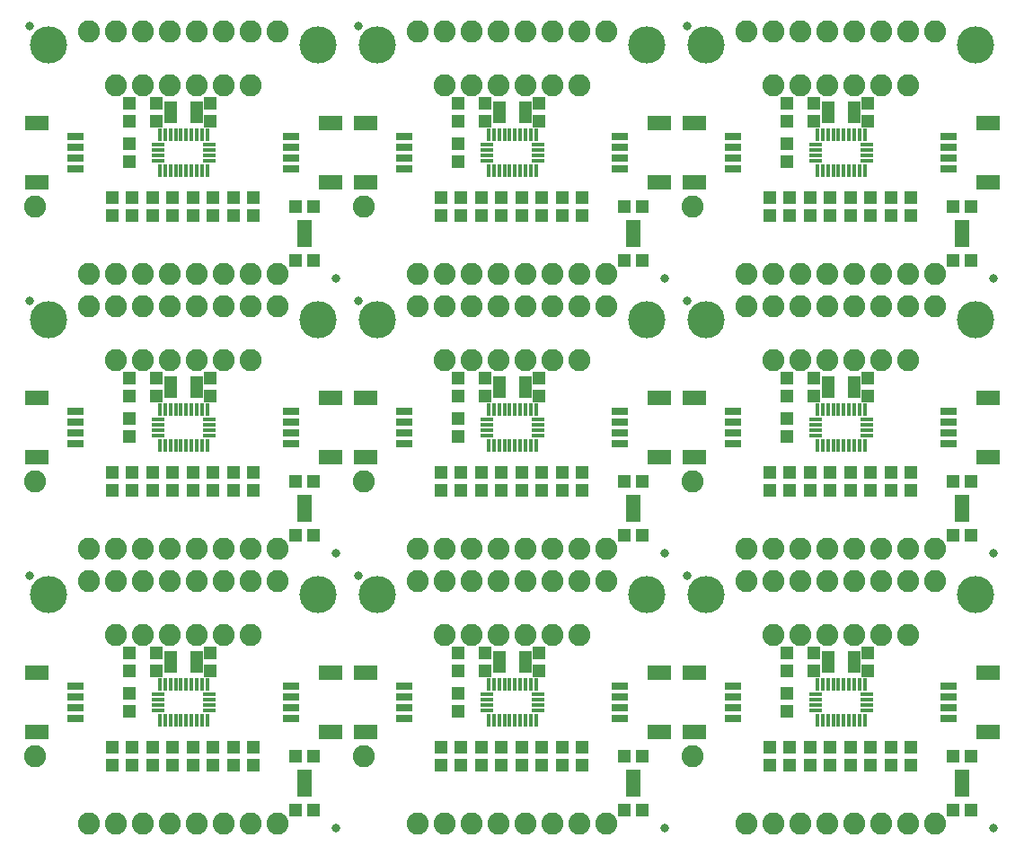
<source format=gts>
G75*
%MOIN*%
%OFA0B0*%
%FSLAX25Y25*%
%IPPOS*%
%LPD*%
%AMOC8*
5,1,8,0,0,1.08239X$1,22.5*
%
%ADD10C,0.13800*%
%ADD11C,0.03300*%
%ADD12R,0.08674X0.05524*%
%ADD13R,0.06115X0.03162*%
%ADD14C,0.08200*%
%ADD15R,0.04737X0.05131*%
%ADD16R,0.01784X0.04737*%
%ADD17R,0.04737X0.01784*%
%ADD18R,0.05131X0.04737*%
%ADD19R,0.05800X0.03300*%
%ADD20R,0.04737X0.07887*%
D10*
X0030500Y0184500D03*
X0130500Y0184500D03*
X0152500Y0184500D03*
X0252500Y0184500D03*
X0274500Y0184500D03*
X0374500Y0184500D03*
X0374500Y0286500D03*
X0274500Y0286500D03*
X0252500Y0286500D03*
X0152500Y0286500D03*
X0130500Y0286500D03*
X0030500Y0286500D03*
X0030500Y0388500D03*
X0130500Y0388500D03*
X0152500Y0388500D03*
X0252500Y0388500D03*
X0274500Y0388500D03*
X0374500Y0388500D03*
D11*
X0381000Y0302000D03*
X0381000Y0200000D03*
X0381000Y0098000D03*
X0267500Y0191500D03*
X0259000Y0200000D03*
X0267500Y0293500D03*
X0259000Y0302000D03*
X0267500Y0395500D03*
X0145500Y0395500D03*
X0137000Y0302000D03*
X0145500Y0293500D03*
X0137000Y0200000D03*
X0145500Y0191500D03*
X0137000Y0098000D03*
X0023500Y0191500D03*
X0023500Y0293500D03*
X0023500Y0395500D03*
X0259000Y0098000D03*
D12*
X0256969Y0133476D03*
X0270031Y0133476D03*
X0270031Y0155524D03*
X0256969Y0155524D03*
X0256969Y0235476D03*
X0270031Y0235476D03*
X0270031Y0257524D03*
X0256969Y0257524D03*
X0256969Y0337476D03*
X0270031Y0337476D03*
X0270031Y0359524D03*
X0256969Y0359524D03*
X0148031Y0359524D03*
X0134969Y0359524D03*
X0134969Y0337476D03*
X0148031Y0337476D03*
X0148031Y0257524D03*
X0134969Y0257524D03*
X0134969Y0235476D03*
X0148031Y0235476D03*
X0148031Y0155524D03*
X0134969Y0155524D03*
X0134969Y0133476D03*
X0148031Y0133476D03*
X0026031Y0133476D03*
X0026031Y0155524D03*
X0026031Y0235476D03*
X0026031Y0257524D03*
X0026031Y0337476D03*
X0026031Y0359524D03*
X0378969Y0359524D03*
X0378969Y0337476D03*
X0378969Y0257524D03*
X0378969Y0235476D03*
X0378969Y0155524D03*
X0378969Y0133476D03*
D13*
X0364500Y0138594D03*
X0364500Y0142531D03*
X0364500Y0146469D03*
X0364500Y0150406D03*
X0284500Y0150406D03*
X0284500Y0146469D03*
X0284500Y0142531D03*
X0284500Y0138594D03*
X0242500Y0138594D03*
X0242500Y0142531D03*
X0242500Y0146469D03*
X0242500Y0150406D03*
X0162500Y0150406D03*
X0162500Y0146469D03*
X0162500Y0142531D03*
X0162500Y0138594D03*
X0120500Y0138594D03*
X0120500Y0142531D03*
X0120500Y0146469D03*
X0120500Y0150406D03*
X0040500Y0150406D03*
X0040500Y0146469D03*
X0040500Y0142531D03*
X0040500Y0138594D03*
X0040500Y0240594D03*
X0040500Y0244531D03*
X0040500Y0248469D03*
X0040500Y0252406D03*
X0120500Y0252406D03*
X0120500Y0248469D03*
X0120500Y0244531D03*
X0120500Y0240594D03*
X0162500Y0240594D03*
X0162500Y0244531D03*
X0162500Y0248469D03*
X0162500Y0252406D03*
X0242500Y0252406D03*
X0242500Y0248469D03*
X0242500Y0244531D03*
X0242500Y0240594D03*
X0284500Y0240594D03*
X0284500Y0244531D03*
X0284500Y0248469D03*
X0284500Y0252406D03*
X0364500Y0252406D03*
X0364500Y0248469D03*
X0364500Y0244531D03*
X0364500Y0240594D03*
X0364500Y0342594D03*
X0364500Y0346531D03*
X0364500Y0350469D03*
X0364500Y0354406D03*
X0284500Y0354406D03*
X0284500Y0350469D03*
X0284500Y0346531D03*
X0284500Y0342594D03*
X0242500Y0342594D03*
X0242500Y0346531D03*
X0242500Y0350469D03*
X0242500Y0354406D03*
X0162500Y0354406D03*
X0162500Y0350469D03*
X0162500Y0346531D03*
X0162500Y0342594D03*
X0120500Y0342594D03*
X0120500Y0346531D03*
X0120500Y0350469D03*
X0120500Y0354406D03*
X0040500Y0354406D03*
X0040500Y0350469D03*
X0040500Y0346531D03*
X0040500Y0342594D03*
D14*
X0045500Y0099500D03*
X0055500Y0099500D03*
X0065500Y0099500D03*
X0075500Y0099500D03*
X0085500Y0099500D03*
X0095500Y0099500D03*
X0105500Y0099500D03*
X0115500Y0099500D03*
X0147500Y0124500D03*
X0167500Y0099500D03*
X0177500Y0099500D03*
X0187500Y0099500D03*
X0197500Y0099500D03*
X0207500Y0099500D03*
X0217500Y0099500D03*
X0227500Y0099500D03*
X0237500Y0099500D03*
X0269500Y0124500D03*
X0289500Y0099500D03*
X0299500Y0099500D03*
X0309500Y0099500D03*
X0319500Y0099500D03*
X0329500Y0099500D03*
X0339500Y0099500D03*
X0349500Y0099500D03*
X0359500Y0099500D03*
X0349500Y0169500D03*
X0339500Y0169500D03*
X0329500Y0169500D03*
X0319500Y0169500D03*
X0309500Y0169500D03*
X0299500Y0169500D03*
X0299500Y0189500D03*
X0289500Y0189500D03*
X0289500Y0201500D03*
X0299500Y0201500D03*
X0309500Y0201500D03*
X0319500Y0201500D03*
X0329500Y0201500D03*
X0339500Y0201500D03*
X0349500Y0201500D03*
X0359500Y0201500D03*
X0359500Y0189500D03*
X0349500Y0189500D03*
X0339500Y0189500D03*
X0329500Y0189500D03*
X0319500Y0189500D03*
X0309500Y0189500D03*
X0269500Y0226500D03*
X0237500Y0201500D03*
X0227500Y0201500D03*
X0217500Y0201500D03*
X0207500Y0201500D03*
X0197500Y0201500D03*
X0187500Y0201500D03*
X0177500Y0201500D03*
X0167500Y0201500D03*
X0167500Y0189500D03*
X0177500Y0189500D03*
X0187500Y0189500D03*
X0197500Y0189500D03*
X0207500Y0189500D03*
X0217500Y0189500D03*
X0227500Y0189500D03*
X0237500Y0189500D03*
X0227500Y0169500D03*
X0217500Y0169500D03*
X0207500Y0169500D03*
X0197500Y0169500D03*
X0187500Y0169500D03*
X0177500Y0169500D03*
X0147500Y0226500D03*
X0115500Y0201500D03*
X0105500Y0201500D03*
X0095500Y0201500D03*
X0085500Y0201500D03*
X0075500Y0201500D03*
X0065500Y0201500D03*
X0055500Y0201500D03*
X0045500Y0201500D03*
X0045500Y0189500D03*
X0055500Y0189500D03*
X0065500Y0189500D03*
X0075500Y0189500D03*
X0085500Y0189500D03*
X0095500Y0189500D03*
X0105500Y0189500D03*
X0115500Y0189500D03*
X0105500Y0169500D03*
X0095500Y0169500D03*
X0085500Y0169500D03*
X0075500Y0169500D03*
X0065500Y0169500D03*
X0055500Y0169500D03*
X0025500Y0124500D03*
X0025500Y0226500D03*
X0055500Y0271500D03*
X0065500Y0271500D03*
X0075500Y0271500D03*
X0085500Y0271500D03*
X0095500Y0271500D03*
X0105500Y0271500D03*
X0105500Y0291500D03*
X0095500Y0291500D03*
X0085500Y0291500D03*
X0075500Y0291500D03*
X0065500Y0291500D03*
X0055500Y0291500D03*
X0045500Y0291500D03*
X0045500Y0303500D03*
X0055500Y0303500D03*
X0065500Y0303500D03*
X0075500Y0303500D03*
X0085500Y0303500D03*
X0095500Y0303500D03*
X0105500Y0303500D03*
X0115500Y0303500D03*
X0115500Y0291500D03*
X0147500Y0328500D03*
X0167500Y0303500D03*
X0177500Y0303500D03*
X0187500Y0303500D03*
X0197500Y0303500D03*
X0207500Y0303500D03*
X0217500Y0303500D03*
X0227500Y0303500D03*
X0237500Y0303500D03*
X0237500Y0291500D03*
X0227500Y0291500D03*
X0217500Y0291500D03*
X0207500Y0291500D03*
X0197500Y0291500D03*
X0187500Y0291500D03*
X0177500Y0291500D03*
X0167500Y0291500D03*
X0177500Y0271500D03*
X0187500Y0271500D03*
X0197500Y0271500D03*
X0207500Y0271500D03*
X0217500Y0271500D03*
X0227500Y0271500D03*
X0289500Y0291500D03*
X0299500Y0291500D03*
X0309500Y0291500D03*
X0319500Y0291500D03*
X0329500Y0291500D03*
X0339500Y0291500D03*
X0349500Y0291500D03*
X0359500Y0291500D03*
X0359500Y0303500D03*
X0349500Y0303500D03*
X0339500Y0303500D03*
X0329500Y0303500D03*
X0319500Y0303500D03*
X0309500Y0303500D03*
X0299500Y0303500D03*
X0289500Y0303500D03*
X0269500Y0328500D03*
X0299500Y0373500D03*
X0309500Y0373500D03*
X0319500Y0373500D03*
X0329500Y0373500D03*
X0339500Y0373500D03*
X0349500Y0373500D03*
X0349500Y0393500D03*
X0339500Y0393500D03*
X0329500Y0393500D03*
X0319500Y0393500D03*
X0309500Y0393500D03*
X0299500Y0393500D03*
X0289500Y0393500D03*
X0237500Y0393500D03*
X0227500Y0393500D03*
X0217500Y0393500D03*
X0207500Y0393500D03*
X0197500Y0393500D03*
X0187500Y0393500D03*
X0177500Y0393500D03*
X0167500Y0393500D03*
X0177500Y0373500D03*
X0187500Y0373500D03*
X0197500Y0373500D03*
X0207500Y0373500D03*
X0217500Y0373500D03*
X0227500Y0373500D03*
X0299500Y0271500D03*
X0309500Y0271500D03*
X0319500Y0271500D03*
X0329500Y0271500D03*
X0339500Y0271500D03*
X0349500Y0271500D03*
X0359500Y0393500D03*
X0115500Y0393500D03*
X0105500Y0393500D03*
X0095500Y0393500D03*
X0085500Y0393500D03*
X0075500Y0393500D03*
X0065500Y0393500D03*
X0055500Y0393500D03*
X0045500Y0393500D03*
X0055500Y0373500D03*
X0065500Y0373500D03*
X0075500Y0373500D03*
X0085500Y0373500D03*
X0095500Y0373500D03*
X0105500Y0373500D03*
X0025500Y0328500D03*
D15*
X0054000Y0325154D03*
X0054000Y0331846D03*
X0061500Y0331846D03*
X0061500Y0325154D03*
X0069000Y0325154D03*
X0069000Y0331846D03*
X0076500Y0331846D03*
X0076500Y0325154D03*
X0084000Y0325154D03*
X0084000Y0331846D03*
X0091500Y0331846D03*
X0091500Y0325154D03*
X0099000Y0325154D03*
X0099000Y0331846D03*
X0106500Y0331846D03*
X0106500Y0325154D03*
X0090500Y0360154D03*
X0090500Y0366846D03*
X0070500Y0366846D03*
X0070500Y0360154D03*
X0060500Y0360154D03*
X0060500Y0366846D03*
X0060500Y0351846D03*
X0060500Y0345154D03*
X0060500Y0264846D03*
X0060500Y0258154D03*
X0060500Y0249846D03*
X0060500Y0243154D03*
X0061500Y0229846D03*
X0069000Y0229846D03*
X0069000Y0223154D03*
X0061500Y0223154D03*
X0054000Y0223154D03*
X0054000Y0229846D03*
X0076500Y0229846D03*
X0084000Y0229846D03*
X0084000Y0223154D03*
X0076500Y0223154D03*
X0091500Y0223154D03*
X0091500Y0229846D03*
X0099000Y0229846D03*
X0106500Y0229846D03*
X0106500Y0223154D03*
X0099000Y0223154D03*
X0090500Y0258154D03*
X0090500Y0264846D03*
X0070500Y0264846D03*
X0070500Y0258154D03*
X0070500Y0162846D03*
X0070500Y0156154D03*
X0060500Y0156154D03*
X0060500Y0162846D03*
X0060500Y0147846D03*
X0060500Y0141154D03*
X0061500Y0127846D03*
X0069000Y0127846D03*
X0069000Y0121154D03*
X0061500Y0121154D03*
X0054000Y0121154D03*
X0054000Y0127846D03*
X0076500Y0127846D03*
X0084000Y0127846D03*
X0084000Y0121154D03*
X0076500Y0121154D03*
X0091500Y0121154D03*
X0091500Y0127846D03*
X0099000Y0127846D03*
X0106500Y0127846D03*
X0106500Y0121154D03*
X0099000Y0121154D03*
X0090500Y0156154D03*
X0090500Y0162846D03*
X0176000Y0127846D03*
X0176000Y0121154D03*
X0183500Y0121154D03*
X0191000Y0121154D03*
X0191000Y0127846D03*
X0183500Y0127846D03*
X0182500Y0141154D03*
X0182500Y0147846D03*
X0182500Y0156154D03*
X0182500Y0162846D03*
X0192500Y0162846D03*
X0192500Y0156154D03*
X0212500Y0156154D03*
X0212500Y0162846D03*
X0213500Y0127846D03*
X0213500Y0121154D03*
X0206000Y0121154D03*
X0198500Y0121154D03*
X0198500Y0127846D03*
X0206000Y0127846D03*
X0221000Y0127846D03*
X0228500Y0127846D03*
X0228500Y0121154D03*
X0221000Y0121154D03*
X0298000Y0121154D03*
X0298000Y0127846D03*
X0305500Y0127846D03*
X0313000Y0127846D03*
X0313000Y0121154D03*
X0305500Y0121154D03*
X0320500Y0121154D03*
X0328000Y0121154D03*
X0328000Y0127846D03*
X0320500Y0127846D03*
X0335500Y0127846D03*
X0335500Y0121154D03*
X0343000Y0121154D03*
X0350500Y0121154D03*
X0350500Y0127846D03*
X0343000Y0127846D03*
X0334500Y0156154D03*
X0334500Y0162846D03*
X0314500Y0162846D03*
X0314500Y0156154D03*
X0304500Y0156154D03*
X0304500Y0162846D03*
X0304500Y0147846D03*
X0304500Y0141154D03*
X0305500Y0223154D03*
X0313000Y0223154D03*
X0313000Y0229846D03*
X0305500Y0229846D03*
X0298000Y0229846D03*
X0298000Y0223154D03*
X0304500Y0243154D03*
X0304500Y0249846D03*
X0304500Y0258154D03*
X0304500Y0264846D03*
X0314500Y0264846D03*
X0314500Y0258154D03*
X0334500Y0258154D03*
X0334500Y0264846D03*
X0335500Y0229846D03*
X0335500Y0223154D03*
X0328000Y0223154D03*
X0320500Y0223154D03*
X0320500Y0229846D03*
X0328000Y0229846D03*
X0343000Y0229846D03*
X0350500Y0229846D03*
X0350500Y0223154D03*
X0343000Y0223154D03*
X0343000Y0325154D03*
X0343000Y0331846D03*
X0350500Y0331846D03*
X0350500Y0325154D03*
X0335500Y0325154D03*
X0335500Y0331846D03*
X0328000Y0331846D03*
X0328000Y0325154D03*
X0320500Y0325154D03*
X0320500Y0331846D03*
X0313000Y0331846D03*
X0313000Y0325154D03*
X0305500Y0325154D03*
X0305500Y0331846D03*
X0298000Y0331846D03*
X0298000Y0325154D03*
X0304500Y0345154D03*
X0304500Y0351846D03*
X0304500Y0360154D03*
X0304500Y0366846D03*
X0314500Y0366846D03*
X0314500Y0360154D03*
X0334500Y0360154D03*
X0334500Y0366846D03*
X0228500Y0331846D03*
X0228500Y0325154D03*
X0221000Y0325154D03*
X0221000Y0331846D03*
X0213500Y0331846D03*
X0213500Y0325154D03*
X0206000Y0325154D03*
X0206000Y0331846D03*
X0198500Y0331846D03*
X0198500Y0325154D03*
X0191000Y0325154D03*
X0191000Y0331846D03*
X0183500Y0331846D03*
X0183500Y0325154D03*
X0176000Y0325154D03*
X0176000Y0331846D03*
X0182500Y0345154D03*
X0182500Y0351846D03*
X0182500Y0360154D03*
X0182500Y0366846D03*
X0192500Y0366846D03*
X0192500Y0360154D03*
X0212500Y0360154D03*
X0212500Y0366846D03*
X0212500Y0264846D03*
X0212500Y0258154D03*
X0192500Y0258154D03*
X0192500Y0264846D03*
X0182500Y0264846D03*
X0182500Y0258154D03*
X0182500Y0249846D03*
X0182500Y0243154D03*
X0183500Y0229846D03*
X0191000Y0229846D03*
X0191000Y0223154D03*
X0183500Y0223154D03*
X0176000Y0223154D03*
X0176000Y0229846D03*
X0198500Y0229846D03*
X0206000Y0229846D03*
X0206000Y0223154D03*
X0198500Y0223154D03*
X0213500Y0223154D03*
X0213500Y0229846D03*
X0221000Y0229846D03*
X0228500Y0229846D03*
X0228500Y0223154D03*
X0221000Y0223154D03*
D16*
X0211358Y0239807D03*
X0209390Y0239807D03*
X0207421Y0239807D03*
X0205453Y0239807D03*
X0203484Y0239807D03*
X0201516Y0239807D03*
X0199547Y0239807D03*
X0197579Y0239807D03*
X0195610Y0239807D03*
X0193642Y0239807D03*
X0193642Y0253193D03*
X0195610Y0253193D03*
X0197579Y0253193D03*
X0199547Y0253193D03*
X0201516Y0253193D03*
X0203484Y0253193D03*
X0205453Y0253193D03*
X0207421Y0253193D03*
X0209390Y0253193D03*
X0211358Y0253193D03*
X0211358Y0341807D03*
X0209390Y0341807D03*
X0207421Y0341807D03*
X0205453Y0341807D03*
X0203484Y0341807D03*
X0201516Y0341807D03*
X0199547Y0341807D03*
X0197579Y0341807D03*
X0195610Y0341807D03*
X0193642Y0341807D03*
X0193642Y0355193D03*
X0195610Y0355193D03*
X0197579Y0355193D03*
X0199547Y0355193D03*
X0201516Y0355193D03*
X0203484Y0355193D03*
X0205453Y0355193D03*
X0207421Y0355193D03*
X0209390Y0355193D03*
X0211358Y0355193D03*
X0315642Y0355193D03*
X0317610Y0355193D03*
X0319579Y0355193D03*
X0321547Y0355193D03*
X0323516Y0355193D03*
X0325484Y0355193D03*
X0327453Y0355193D03*
X0329421Y0355193D03*
X0331390Y0355193D03*
X0333358Y0355193D03*
X0333358Y0341807D03*
X0331390Y0341807D03*
X0329421Y0341807D03*
X0327453Y0341807D03*
X0325484Y0341807D03*
X0323516Y0341807D03*
X0321547Y0341807D03*
X0319579Y0341807D03*
X0317610Y0341807D03*
X0315642Y0341807D03*
X0315642Y0253193D03*
X0317610Y0253193D03*
X0319579Y0253193D03*
X0321547Y0253193D03*
X0323516Y0253193D03*
X0325484Y0253193D03*
X0327453Y0253193D03*
X0329421Y0253193D03*
X0331390Y0253193D03*
X0333358Y0253193D03*
X0333358Y0239807D03*
X0331390Y0239807D03*
X0329421Y0239807D03*
X0327453Y0239807D03*
X0325484Y0239807D03*
X0323516Y0239807D03*
X0321547Y0239807D03*
X0319579Y0239807D03*
X0317610Y0239807D03*
X0315642Y0239807D03*
X0315642Y0151193D03*
X0317610Y0151193D03*
X0319579Y0151193D03*
X0321547Y0151193D03*
X0323516Y0151193D03*
X0325484Y0151193D03*
X0327453Y0151193D03*
X0329421Y0151193D03*
X0331390Y0151193D03*
X0333358Y0151193D03*
X0333358Y0137807D03*
X0331390Y0137807D03*
X0329421Y0137807D03*
X0327453Y0137807D03*
X0325484Y0137807D03*
X0323516Y0137807D03*
X0321547Y0137807D03*
X0319579Y0137807D03*
X0317610Y0137807D03*
X0315642Y0137807D03*
X0211358Y0137807D03*
X0209390Y0137807D03*
X0207421Y0137807D03*
X0205453Y0137807D03*
X0203484Y0137807D03*
X0201516Y0137807D03*
X0199547Y0137807D03*
X0197579Y0137807D03*
X0195610Y0137807D03*
X0193642Y0137807D03*
X0193642Y0151193D03*
X0195610Y0151193D03*
X0197579Y0151193D03*
X0199547Y0151193D03*
X0201516Y0151193D03*
X0203484Y0151193D03*
X0205453Y0151193D03*
X0207421Y0151193D03*
X0209390Y0151193D03*
X0211358Y0151193D03*
X0089358Y0151193D03*
X0087390Y0151193D03*
X0085421Y0151193D03*
X0083453Y0151193D03*
X0081484Y0151193D03*
X0079516Y0151193D03*
X0077547Y0151193D03*
X0075579Y0151193D03*
X0073610Y0151193D03*
X0071642Y0151193D03*
X0071642Y0137807D03*
X0073610Y0137807D03*
X0075579Y0137807D03*
X0077547Y0137807D03*
X0079516Y0137807D03*
X0081484Y0137807D03*
X0083453Y0137807D03*
X0085421Y0137807D03*
X0087390Y0137807D03*
X0089358Y0137807D03*
X0089358Y0239807D03*
X0087390Y0239807D03*
X0085421Y0239807D03*
X0083453Y0239807D03*
X0081484Y0239807D03*
X0079516Y0239807D03*
X0077547Y0239807D03*
X0075579Y0239807D03*
X0073610Y0239807D03*
X0071642Y0239807D03*
X0071642Y0253193D03*
X0073610Y0253193D03*
X0075579Y0253193D03*
X0077547Y0253193D03*
X0079516Y0253193D03*
X0081484Y0253193D03*
X0083453Y0253193D03*
X0085421Y0253193D03*
X0087390Y0253193D03*
X0089358Y0253193D03*
X0089358Y0341807D03*
X0087390Y0341807D03*
X0085421Y0341807D03*
X0083453Y0341807D03*
X0081484Y0341807D03*
X0079516Y0341807D03*
X0077547Y0341807D03*
X0075579Y0341807D03*
X0073610Y0341807D03*
X0071642Y0341807D03*
X0071642Y0355193D03*
X0073610Y0355193D03*
X0075579Y0355193D03*
X0077547Y0355193D03*
X0079516Y0355193D03*
X0081484Y0355193D03*
X0083453Y0355193D03*
X0085421Y0355193D03*
X0087390Y0355193D03*
X0089358Y0355193D03*
D17*
X0089949Y0351453D03*
X0089949Y0349484D03*
X0089949Y0347516D03*
X0089949Y0345547D03*
X0071051Y0345547D03*
X0071051Y0347516D03*
X0071051Y0349484D03*
X0071051Y0351453D03*
X0071051Y0249453D03*
X0071051Y0247484D03*
X0071051Y0245516D03*
X0071051Y0243547D03*
X0089949Y0243547D03*
X0089949Y0245516D03*
X0089949Y0247484D03*
X0089949Y0249453D03*
X0193051Y0249453D03*
X0193051Y0247484D03*
X0193051Y0245516D03*
X0193051Y0243547D03*
X0211949Y0243547D03*
X0211949Y0245516D03*
X0211949Y0247484D03*
X0211949Y0249453D03*
X0211949Y0345547D03*
X0211949Y0347516D03*
X0211949Y0349484D03*
X0211949Y0351453D03*
X0193051Y0351453D03*
X0193051Y0349484D03*
X0193051Y0347516D03*
X0193051Y0345547D03*
X0315051Y0345547D03*
X0315051Y0347516D03*
X0315051Y0349484D03*
X0315051Y0351453D03*
X0333949Y0351453D03*
X0333949Y0349484D03*
X0333949Y0347516D03*
X0333949Y0345547D03*
X0333949Y0249453D03*
X0333949Y0247484D03*
X0333949Y0245516D03*
X0333949Y0243547D03*
X0315051Y0243547D03*
X0315051Y0245516D03*
X0315051Y0247484D03*
X0315051Y0249453D03*
X0315051Y0147453D03*
X0315051Y0145484D03*
X0315051Y0143516D03*
X0315051Y0141547D03*
X0333949Y0141547D03*
X0333949Y0143516D03*
X0333949Y0145484D03*
X0333949Y0147453D03*
X0211949Y0147453D03*
X0211949Y0145484D03*
X0211949Y0143516D03*
X0211949Y0141547D03*
X0193051Y0141547D03*
X0193051Y0143516D03*
X0193051Y0145484D03*
X0193051Y0147453D03*
X0089949Y0147453D03*
X0089949Y0145484D03*
X0089949Y0143516D03*
X0089949Y0141547D03*
X0071051Y0141547D03*
X0071051Y0143516D03*
X0071051Y0145484D03*
X0071051Y0147453D03*
D18*
X0122154Y0124500D03*
X0128846Y0124500D03*
X0128846Y0104500D03*
X0122154Y0104500D03*
X0122154Y0206500D03*
X0128846Y0206500D03*
X0128846Y0226500D03*
X0122154Y0226500D03*
X0122154Y0308500D03*
X0128846Y0308500D03*
X0128846Y0328500D03*
X0122154Y0328500D03*
X0244154Y0328500D03*
X0250846Y0328500D03*
X0250846Y0308500D03*
X0244154Y0308500D03*
X0244154Y0226500D03*
X0250846Y0226500D03*
X0250846Y0206500D03*
X0244154Y0206500D03*
X0244154Y0124500D03*
X0250846Y0124500D03*
X0250846Y0104500D03*
X0244154Y0104500D03*
X0366154Y0104500D03*
X0372846Y0104500D03*
X0372846Y0124500D03*
X0366154Y0124500D03*
X0366154Y0206500D03*
X0372846Y0206500D03*
X0372846Y0226500D03*
X0366154Y0226500D03*
X0366154Y0308500D03*
X0372846Y0308500D03*
X0372846Y0328500D03*
X0366154Y0328500D03*
D19*
X0369500Y0321700D03*
X0369500Y0318500D03*
X0369500Y0315300D03*
X0369500Y0219700D03*
X0369500Y0216500D03*
X0369500Y0213300D03*
X0369500Y0117700D03*
X0369500Y0114500D03*
X0369500Y0111300D03*
X0247500Y0111300D03*
X0247500Y0114500D03*
X0247500Y0117700D03*
X0247500Y0213300D03*
X0247500Y0216500D03*
X0247500Y0219700D03*
X0247500Y0315300D03*
X0247500Y0318500D03*
X0247500Y0321700D03*
X0125500Y0321700D03*
X0125500Y0318500D03*
X0125500Y0315300D03*
X0125500Y0219700D03*
X0125500Y0216500D03*
X0125500Y0213300D03*
X0125500Y0117700D03*
X0125500Y0114500D03*
X0125500Y0111300D03*
D20*
X0085421Y0159500D03*
X0075579Y0159500D03*
X0075579Y0261500D03*
X0085421Y0261500D03*
X0085421Y0363500D03*
X0075579Y0363500D03*
X0197579Y0363500D03*
X0207421Y0363500D03*
X0207421Y0261500D03*
X0197579Y0261500D03*
X0197579Y0159500D03*
X0207421Y0159500D03*
X0319579Y0159500D03*
X0329421Y0159500D03*
X0329421Y0261500D03*
X0319579Y0261500D03*
X0319579Y0363500D03*
X0329421Y0363500D03*
M02*

</source>
